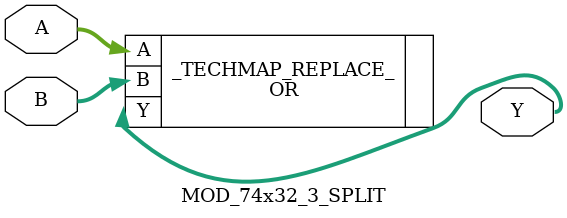
<source format=v>
module MOD_74x32_3 (A, B, Y);

parameter A_SIGNED = 0;
parameter B_SIGNED = 0;
parameter A_WIDTH = 0;
parameter B_WIDTH = 0;
parameter Y_WIDTH = 0;

input [2:0] A;
input [2:0] B;
output [2:0] Y;

OR _TECHMAP_REPLACE_(.A(A), .B(B), .Y(Y));

endmodule

module MOD_74x32_3_SPLIT (A, B, Y);

parameter A_SIGNED = 0;
parameter B_SIGNED = 0;
parameter A_WIDTH = 0;
parameter B_WIDTH = 0;
parameter Y_WIDTH = 0;

input [2:0] A;
input [2:0] B;
output [2:0] Y;


OR _TECHMAP_REPLACE_(.A(A), .B(B), .Y(Y));

endmodule
</source>
